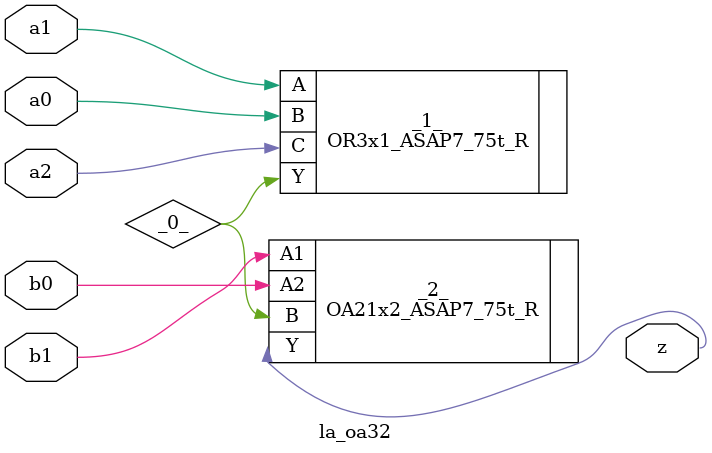
<source format=v>

/* Generated by Yosys 0.44 (git sha1 80ba43d26, g++ 11.4.0-1ubuntu1~22.04 -fPIC -O3) */

(* top =  1  *)
(* src = "inputs/la_oa32.v:10.1-23.10" *)
module la_oa32 (
    a0,
    a1,
    a2,
    b0,
    b1,
    z
);
  wire _0_;
  (* src = "inputs/la_oa32.v:13.12-13.14" *)
  input a0;
  wire a0;
  (* src = "inputs/la_oa32.v:14.12-14.14" *)
  input a1;
  wire a1;
  (* src = "inputs/la_oa32.v:15.12-15.14" *)
  input a2;
  wire a2;
  (* src = "inputs/la_oa32.v:16.12-16.14" *)
  input b0;
  wire b0;
  (* src = "inputs/la_oa32.v:17.12-17.14" *)
  input b1;
  wire b1;
  (* src = "inputs/la_oa32.v:18.12-18.13" *)
  output z;
  wire z;
  OR3x1_ASAP7_75t_R _1_ (
      .A(a1),
      .B(a0),
      .C(a2),
      .Y(_0_)
  );
  OA21x2_ASAP7_75t_R _2_ (
      .A1(b1),
      .A2(b0),
      .B (_0_),
      .Y (z)
  );
endmodule

</source>
